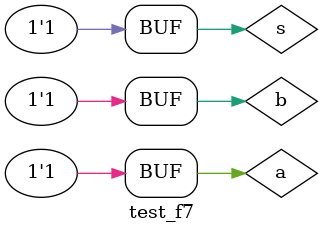
<source format=v>
module mux ( output r,
input a,
input b,
input select );
// definir dados locais
wire r0;
wire r1;
// descrever por portas
or(r0, a, b);
nor(r1, a, b);

assign r = (select) ? r1 : r0;
endmodule // mux

module test_f7;
// ------------------------- definir dados
reg a;
reg b;
reg s;
wire r;
mux MUX1 ( r, a, b, s );
// ------------------------- parte principal
initial
begin : main
$display("Exemplo_0702 - Anna Puga - 694370");
$display(" a  b  s  resp");

#1 $monitor("%2b %2b %2b %3b", a, b, s, r);

a = 1'b0; b = 1'b0; s = 1'b0;
#1 s = 1'b1;
#1 a = 1'b0; b = 1'b1; s = 1'b0;
#1 s = 1'b1;
#1 a = 1'b1; b = 1'b0; s = 1'b0;
#1 s = 1'b1;
#1 a = 1'b1; b = 1'b1; s = 1'b0;
#1 s = 1'b1;

// projetar testes do modulo
end
endmodule // test_f7
</source>
